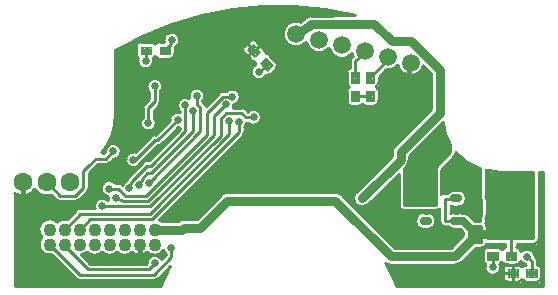
<source format=gbl>
*
*
G04 PADS 9.3.1 Build Number: 456998 generated Gerber (RS-274-X) file*
G04 PC Version=2.1*
*
%IN "avago_ssi_rev1.pcb"*%
*
%MOIN*%
*
%FSLAX35Y35*%
*
*
*
*
G04 PC Standard Apertures*
*
*
G04 Thermal Relief Aperture macro.*
%AMTER*
1,1,$1,0,0*
1,0,$1-$2,0,0*
21,0,$3,$4,0,0,45*
21,0,$3,$4,0,0,135*
%
*
*
G04 Annular Aperture macro.*
%AMANN*
1,1,$1,0,0*
1,0,$2,0,0*
%
*
*
G04 Odd Aperture macro.*
%AMODD*
1,1,$1,0,0*
1,0,$1-0.005,0,0*
%
*
*
G04 PC Custom Aperture Macros*
*
*
*
*
*
*
G04 PC Aperture Table*
*
%ADD010C,0.001*%
%ADD011C,0.04331*%
%ADD012C,0.004*%
%ADD015C,0.05906*%
%ADD017C,0.006*%
%ADD018C,0.06299*%
%ADD019C,0.01*%
%ADD022C,0.03*%
%ADD024C,0.025*%
%ADD025C,0.015*%
%ADD026O,0.041X0.028*%
%ADD027R,0.041X0.028*%
*
*
*
*
G04 PC Circuitry*
G04 Layer Name avago_ssi_rev1.pcb - circuitry*
%LPD*%
*
*
G04 PC Custom Flashes*
G04 Layer Name avago_ssi_rev1.pcb - flashes*
%LPD*%
*
*
G04 PC Circuitry*
G04 Layer Name avago_ssi_rev1.pcb - circuitry*
%LPD*%
*
G54D10*
G54D11*
G01X58530Y133291D03*
Y128291D03*
X53530D03*
Y133291D03*
X48530Y128291D03*
Y133291D03*
X43530Y128291D03*
Y133291D03*
X38530Y128291D03*
Y133291D03*
X33530Y128291D03*
Y133291D03*
X28530Y128291D03*
Y133291D03*
X23530Y128291D03*
Y133291D03*
G54D12*
X131654Y182282D02*
X129054D01*
Y185682*
X131654*
Y182282*
X129054Y182400D02*
X131654D01*
X129054Y182800D02*
X131654D01*
X129054Y183200D02*
X131654D01*
X129054Y183600D02*
X131654D01*
X129054Y184000D02*
X131654D01*
X129054Y184400D02*
X131654D01*
X129054Y184800D02*
X131654D01*
X129054Y185200D02*
X131654D01*
X129054Y185600D02*
X131654D01*
X129200Y182282D02*
Y185682D01*
X129600Y182282D02*
Y185682D01*
X130000Y182282D02*
Y185682D01*
X130400Y182282D02*
Y185682D01*
X130800Y182282D02*
Y185682D01*
X131200Y182282D02*
Y185682D01*
X131600Y182282D02*
Y185682D01*
X131654Y176082D02*
X129054D01*
Y179482*
X131654*
Y176082*
X129054Y176400D02*
X131654D01*
X129054Y176800D02*
X131654D01*
X129054Y177200D02*
X131654D01*
X129054Y177600D02*
X131654D01*
X129054Y178000D02*
X131654D01*
X129054Y178400D02*
X131654D01*
X129054Y178800D02*
X131654D01*
X129054Y179200D02*
X131654D01*
X129200Y176082D02*
Y179482D01*
X129600Y176082D02*
Y179482D01*
X130000Y176082D02*
Y179482D01*
X130400Y176082D02*
Y179482D01*
X130800Y176082D02*
Y179482D01*
X131200Y176082D02*
Y179482D01*
X131600Y176082D02*
Y179482D01*
X124129D02*
X126729D01*
Y176082*
X124129*
Y179482*
Y176400D02*
X126729D01*
X124129Y176800D02*
X126729D01*
X124129Y177200D02*
X126729D01*
X124129Y177600D02*
X126729D01*
X124129Y178000D02*
X126729D01*
X124129Y178400D02*
X126729D01*
X124129Y178800D02*
X126729D01*
X124129Y179200D02*
X126729D01*
X124400Y176082D02*
Y179482D01*
X124800Y176082D02*
Y179482D01*
X125200Y176082D02*
Y179482D01*
X125600Y176082D02*
Y179482D01*
X126000Y176082D02*
Y179482D01*
X126400Y176082D02*
Y179482D01*
X124129Y185682D02*
X126729D01*
Y182282*
X124129*
Y185682*
Y182400D02*
X126729D01*
X124129Y182800D02*
X126729D01*
X124129Y183200D02*
X126729D01*
X124129Y183600D02*
X126729D01*
X124129Y184000D02*
X126729D01*
X124129Y184400D02*
X126729D01*
X124129Y184800D02*
X126729D01*
X124129Y185200D02*
X126729D01*
X124129Y185600D02*
X126729D01*
X124400Y182282D02*
Y185682D01*
X124800Y182282D02*
Y185682D01*
X125200Y182282D02*
Y185682D01*
X125600Y182282D02*
Y185682D01*
X126000Y182282D02*
Y185682D01*
X126400Y182282D02*
Y185682D01*
X175695Y123200D02*
Y125800D01*
X179095*
Y123200*
X175695*
X179095*
X175695Y123600D02*
X179095D01*
X175695Y124000D02*
X179095D01*
X175695Y124400D02*
X179095D01*
X175695Y124800D02*
X179095D01*
X175695Y125200D02*
X179095D01*
X175695Y125600D02*
X179095D01*
X176000Y123200D02*
Y125800D01*
X176400Y123200D02*
Y125800D01*
X176800Y123200D02*
Y125800D01*
X177200Y123200D02*
Y125800D01*
X177600Y123200D02*
Y125800D01*
X178000Y123200D02*
Y125800D01*
X178400Y123200D02*
Y125800D01*
X178800Y123200D02*
Y125800D01*
X169495Y123200D02*
Y125800D01*
X172895*
Y123200*
X169495*
X172895*
X169495Y123600D02*
X172895D01*
X169495Y124000D02*
X172895D01*
X169495Y124400D02*
X172895D01*
X169495Y124800D02*
X172895D01*
X169495Y125200D02*
X172895D01*
X169495Y125600D02*
X172895D01*
X169600Y123200D02*
Y125800D01*
X170000Y123200D02*
Y125800D01*
X170400Y123200D02*
Y125800D01*
X170800Y123200D02*
Y125800D01*
X171200Y123200D02*
Y125800D01*
X171600Y123200D02*
Y125800D01*
X172000Y123200D02*
Y125800D01*
X172400Y123200D02*
Y125800D01*
X172800Y123200D02*
Y125800D01*
X60195Y191688D02*
Y194288D01*
X63595*
Y191688*
X60195*
Y192000D02*
X63595D01*
X60195Y192400D02*
X63595D01*
X60195Y192800D02*
X63595D01*
X60195Y193200D02*
X63595D01*
X60195Y193600D02*
X63595D01*
X60195Y194000D02*
X63595D01*
X60195Y191688D02*
Y194288D01*
X60595Y191688D02*
Y194288D01*
X60995Y191688D02*
Y194288D01*
X61395Y191688D02*
Y194288D01*
X61795Y191688D02*
Y194288D01*
X62195Y191688D02*
Y194288D01*
X62595Y191688D02*
Y194288D01*
X62995Y191688D02*
Y194288D01*
X63395Y191688D02*
Y194288D01*
X53995Y191688D02*
Y194288D01*
X57395*
Y191688*
X53995*
Y192000D02*
X57395D01*
X53995Y192400D02*
X57395D01*
X53995Y192800D02*
X57395D01*
X53995Y193200D02*
X57395D01*
X53995Y193600D02*
X57395D01*
X53995Y194000D02*
X57395D01*
X53995Y191688D02*
Y194288D01*
X54395Y191688D02*
Y194288D01*
X54795Y191688D02*
Y194288D01*
X55195Y191688D02*
Y194288D01*
X55595Y191688D02*
Y194288D01*
X55995Y191688D02*
Y194288D01*
X56395Y191688D02*
Y194288D01*
X56795Y191688D02*
Y194288D01*
X57195Y191688D02*
Y194288D01*
X182487Y117385D02*
Y119985D01*
X185887*
Y117385*
X182487*
Y117600D02*
X185887D01*
X182487Y118000D02*
X185887D01*
X182487Y118400D02*
X185887D01*
X182487Y118800D02*
X185887D01*
X182487Y119200D02*
X185887D01*
X182487Y119600D02*
X185887D01*
X182800Y117385D02*
Y119985D01*
X183200Y117385D02*
Y119985D01*
X183600Y117385D02*
Y119985D01*
X184000Y117385D02*
Y119985D01*
X184400Y117385D02*
Y119985D01*
X184800Y117385D02*
Y119985D01*
X185200Y117385D02*
Y119985D01*
X185600Y117385D02*
Y119985D01*
X176287Y117385D02*
Y119985D01*
X179687*
Y117385*
X176287*
Y117600D02*
X179687D01*
X176287Y118000D02*
X179687D01*
X176287Y118400D02*
X179687D01*
X176287Y118800D02*
X179687D01*
X176287Y119200D02*
X179687D01*
X176287Y119600D02*
X179687D01*
X176400Y117385D02*
Y119985D01*
X176800Y117385D02*
Y119985D01*
X177200Y117385D02*
Y119985D01*
X177600Y117385D02*
Y119985D01*
X178000Y117385D02*
Y119985D01*
X178400Y117385D02*
Y119985D01*
X178800Y117385D02*
Y119985D01*
X179200Y117385D02*
Y119985D01*
X179600Y117385D02*
Y119985D01*
X93666Y188739D02*
X95567Y190513D01*
X97887Y188027*
X95986Y186253*
X93666Y188739*
X95849Y186400D02*
X96143D01*
X95475Y186800D02*
X96572D01*
X95102Y187200D02*
X97000D01*
X94729Y187600D02*
X97429D01*
X94356Y188000D02*
X97858D01*
X93982Y188400D02*
X97538D01*
X93731Y188800D02*
X97165D01*
X94160Y189200D02*
X96792D01*
X94589Y189600D02*
X96419D01*
X95017Y190000D02*
X96046D01*
X95446Y190400D02*
X95672D01*
X93666Y188739D02*
X93666D01*
X94066Y188310D02*
Y189112D01*
X94466Y187882D02*
Y189486D01*
X94866Y187453D02*
Y189859D01*
X95266Y187024D02*
Y190232D01*
X95666Y186596D02*
Y190407D01*
X96066Y186328D02*
Y189978D01*
X96466Y186702D02*
Y189549D01*
X96866Y187075D02*
Y189121D01*
X97266Y187448D02*
Y188692D01*
X97666Y187821D02*
Y188263D01*
X89436Y193272D02*
X91337Y195046D01*
X93657Y192560*
X91756Y190786*
X89436Y193272*
X91743Y190800D02*
X91770D01*
X91370Y191200D02*
X92199D01*
X90997Y191600D02*
X92628D01*
X90623Y192000D02*
X93057D01*
X90250Y192400D02*
X93485D01*
X89877Y192800D02*
X93433D01*
X89504Y193200D02*
X93060D01*
X89788Y193600D02*
X92687D01*
X90216Y194000D02*
X92313D01*
X90645Y194400D02*
X91940D01*
X91074Y194800D02*
X91567D01*
X89436Y193272D02*
X89436D01*
X89836Y192844D02*
Y193645D01*
X90236Y192415D02*
Y194019D01*
X90636Y191986D02*
Y194392D01*
X91036Y191557D02*
Y194765D01*
X91436Y191129D02*
Y194940D01*
X91836Y190861D02*
Y194511D01*
X92236Y191235D02*
Y194083D01*
X92636Y191608D02*
Y193654D01*
X93036Y191981D02*
Y193225D01*
X93436Y192354D02*
Y192796D01*
G54D15*
X105734Y198474D03*
X113373Y196562D03*
X121011Y194650D03*
X128649Y192738D03*
X136288Y190826D03*
X143926Y188914D03*
G54D17*
X151704Y152657D02*
Y148257D01*
X146304*
Y152657*
X151704*
X146304Y148600D02*
X151704D01*
X146304Y149200D02*
X151704D01*
X146304Y149800D02*
X151704D01*
X146304Y150400D02*
X151704D01*
X146304Y151000D02*
X151704D01*
X146304Y151600D02*
X151704D01*
X146304Y152200D02*
X151704D01*
X146800Y148257D02*
Y152657D01*
X147400Y148257D02*
Y152657D01*
X148000Y148257D02*
Y152657D01*
X148600Y148257D02*
Y152657D01*
X149200Y148257D02*
Y152657D01*
X149800Y148257D02*
Y152657D01*
X150400Y148257D02*
Y152657D01*
X151000Y148257D02*
Y152657D01*
X151600Y148257D02*
Y152657D01*
X160704D02*
Y148257D01*
X155304*
Y152657*
X160704*
X155304Y148600D02*
X160704D01*
X155304Y149200D02*
X160704D01*
X155304Y149800D02*
X160704D01*
X155304Y150400D02*
X160704D01*
X155304Y151000D02*
X160704D01*
X155304Y151600D02*
X160704D01*
X155304Y152200D02*
X160704D01*
X155800Y148257D02*
Y152657D01*
X156400Y148257D02*
Y152657D01*
X157000Y148257D02*
Y152657D01*
X157600Y148257D02*
Y152657D01*
X158200Y148257D02*
Y152657D01*
X158800Y148257D02*
Y152657D01*
X159400Y148257D02*
Y152657D01*
X160000Y148257D02*
Y152657D01*
X160600Y148257D02*
Y152657D01*
X163209Y134365D02*
X167609D01*
Y128965*
X163209*
Y134365*
Y129400D02*
X167609D01*
X163209Y130000D02*
X167609D01*
X163209Y130600D02*
X167609D01*
X163209Y131200D02*
X167609D01*
X163209Y131800D02*
X167609D01*
X163209Y132400D02*
X167609D01*
X163209Y133000D02*
X167609D01*
X163209Y133600D02*
X167609D01*
X163209Y134200D02*
X167609D01*
X163600Y128965D02*
Y134365D01*
X164200Y128965D02*
Y134365D01*
X164800Y128965D02*
Y134365D01*
X165400Y128965D02*
Y134365D01*
X166000Y128965D02*
Y134365D01*
X166600Y128965D02*
Y134365D01*
X167200Y128965D02*
Y134365D01*
X163209Y143365D02*
X167609D01*
Y137965*
X163209*
Y143365*
Y138400D02*
X167609D01*
X163209Y139000D02*
X167609D01*
X163209Y139600D02*
X167609D01*
X163209Y140200D02*
X167609D01*
X163209Y140800D02*
X167609D01*
X163209Y141400D02*
X167609D01*
X163209Y142000D02*
X167609D01*
X163209Y142600D02*
X167609D01*
X163209Y143200D02*
X167609D01*
X163600Y137965D02*
Y143365D01*
X164200Y137965D02*
Y143365D01*
X164800Y137965D02*
Y143365D01*
X165400Y137965D02*
Y143365D01*
X166000Y137965D02*
Y143365D01*
X166600Y137965D02*
Y143365D01*
X167200Y137965D02*
Y143365D01*
G54D18*
X30400Y149000D03*
X22526D03*
X14652D03*
G54D19*
X36370Y119987D02*
X28530Y127827D01*
Y128291*
X36370Y119987D02*
X36371Y119988D01*
X56591*
X58614Y122012*
X58355Y118287D02*
X33534D01*
X23530Y128291*
X58355Y118287D02*
X64150Y124082D01*
Y127000*
X171244Y120638D02*
Y124500D01*
X171195*
X184187Y118685D02*
Y122865D01*
X182791Y124260*
X177395Y124500D02*
Y136912D01*
X177307Y137000*
X182728Y124197D02*
X182791Y124260D01*
X28530Y133291D02*
X33786Y138547D01*
X56988*
X83441Y165000*
Y169594*
X33530Y133291D02*
X36991Y136752D01*
X57597*
X86642Y165796*
Y169220*
X41094Y141091D02*
X57127D01*
X80579Y164542*
Y170197*
X82429Y172047*
X87511*
X159100Y136148D02*
X155400Y136100D01*
Y143600*
X159100Y143648*
X32151Y144600D02*
X26926D01*
X22526Y149000*
X32151Y144600D02*
X34750Y147198D01*
Y152850*
X36577Y154678*
X36700*
X38986Y156964*
X42464*
X44800Y159300*
X55744Y144516D02*
X48928D01*
X46507Y146937*
X43339*
X55744Y144516D02*
X76059Y164830D01*
Y172288*
X81315Y177543*
X84445*
X56448Y142815D02*
X48008D01*
X45591Y143862*
X56448Y142815D02*
X78315Y164682D01*
Y171079*
X82327Y175091*
X50157Y146969D02*
X51057Y149421D01*
X56183Y154547*
X57362*
X68795Y165980*
Y174661*
X53453Y148157D02*
X53286Y148250D01*
X54520Y150480*
X56099Y152059*
X57278*
X71354Y166135*
Y172693*
X56654Y148890D02*
X73804Y166041D01*
Y173933*
X72626Y175112*
Y177787*
X159900Y143600D02*
X159852Y143648D01*
X159100*
Y143000D02*
Y143648D01*
X159852*
X51500Y156500D02*
X51768Y156232D01*
X58557Y163022*
X59408*
X66197Y169811*
X56461Y168783D02*
Y173841D01*
X58587Y175967*
Y181024*
X91547Y170693D02*
X88866D01*
X87511Y172047*
X84445Y177500D02*
Y177543D01*
X130354Y177782D02*
X125429D01*
X55539Y189417D02*
X55695Y189573D01*
Y192988*
X93343Y185858D02*
X95903Y188247D01*
X95776Y188383*
X125429Y183982D02*
Y189350D01*
X128649Y192571*
Y192738*
X130354Y183982D02*
X136288Y189915D01*
Y190826*
X61895Y192988D02*
X63972Y195065D01*
Y196051*
X64329Y196407*
X64252Y196484*
X184800Y130300D02*
Y152618D01*
X172835*
X169000Y153026D02*
G75*
G03X172835Y152618I3835J17840D01*
G01X169000Y153026D02*
Y144343D01*
X169309Y143365D02*
G03X169000Y144343I-1700J0D01*
G01X169309Y143365D02*
Y137965D01*
X169000Y136987D02*
G03X169309Y137965I-1391J978D01*
G01X169000Y136987D02*
Y135343D01*
X169309Y134365D02*
G03X169000Y135343I-1700J0D01*
G01X169309Y134365D02*
Y130300D01*
X184800*
X157150Y159034D02*
Y161540D01*
X154665Y169181D02*
G03X157150Y161540I18170J1685D01*
G01X154665Y169181D02*
X143436Y157953D01*
Y156559*
X142586Y154509D02*
G03X143436Y156559I-2050J2050D01*
G01X142586Y154509D02*
X141823Y153745D01*
Y141563*
X152189*
Y154073*
X157150Y159034*
X188051Y114311D02*
Y152618D01*
X186700*
Y130300*
X184800Y128400D02*
G03X186700Y130300I0J1900D01*
G01X184800Y128400D02*
X179295D01*
Y127387*
X180693Y125893D02*
G03X179295Y127387I-1598J-93D01*
G01X185373Y124365D02*
G03X180693Y125893I-2645J-168D01*
G01X185373Y124365D02*
X185530Y124208D01*
X186087Y122865D02*
G03X185530Y124208I-1900J-0D01*
G01X186087Y122865D02*
Y121573D01*
X187487Y119985D02*
G03X186087Y121573I-1600J0D01*
G01X187487Y119985D02*
Y117385D01*
X185887Y115785D02*
G03X187487Y117385I-0J1600D01*
G01X185887Y115785D02*
X182487D01*
X181087Y116610D02*
G03X182487Y115785I1400J775D01*
G01X179687D02*
G03X181087Y116610I-0J1600D01*
G01X179687Y115785D02*
X176287D01*
X174687Y117385D02*
G03X176287Y115785I1600J0D01*
G01X174687Y117385D02*
Y119985D01*
X176287Y121585D02*
G03X174687Y119985I-0J-1600D01*
G01X176287Y121585D02*
X179687D01*
X181087Y120760D02*
G03X179687Y121585I-1400J-775D01*
G01X182287Y121573D02*
G03X181087Y120760I200J-1588D01*
G01X182287Y121573D02*
Y121584D01*
X180591Y122631D02*
G03X182287Y121584I2137J1566D01*
G01X179095Y121600D02*
G03X180591Y122631I0J1600D01*
G01X179095Y121600D02*
X175695D01*
X174295Y122425D02*
G03X175695Y121600I1400J775D01*
G01X173635Y121781D02*
G03X174295Y122425I-740J1419D01*
G01X168835Y121742D02*
G03X173635Y121781I2409J-1104D01*
G01X167895Y123200D02*
G03X168835Y121742I1600J0D01*
G01X167895Y123200D02*
Y125800D01*
X169495Y127400D02*
G03X167895Y125800I0J-1600D01*
G01X169495Y127400D02*
X172895D01*
X174295Y126575D02*
G03X172895Y127400I-1400J-775D01*
G01X175495Y127387D02*
G03X174295Y126575I200J-1587D01*
G01X175495Y127387D02*
Y128400D01*
X169213*
X167609Y127265D02*
G03X169213Y128400I0J1700D01*
G01X167609Y127265D02*
X165611D01*
X160594Y122249*
X158543Y121399D02*
G03X160594Y122249I0J2900D01*
G01X158543Y121399D02*
X137386D01*
X135656Y121971D02*
G03X137386Y121399I1730J2328D01*
G01X139385Y114311D02*
G03X135656Y121971I-39459J-14468D01*
G01X139385Y114311D02*
X188051D01*
X161509Y131367D02*
Y132398D01*
X160467Y133441*
X159750Y133348D02*
G03X160467Y133441I0J2800D01*
G01X159750Y133348D02*
X158450D01*
X156426Y134213D02*
G03X158450Y133348I2024J1935D01*
G01X156426Y134213D02*
X155424Y134200D01*
X153500Y136100D02*
G03X155424Y134200I1900J0D01*
G01X153500Y136100D02*
Y140188D01*
X152189Y139663D02*
G03X153500Y140188I-0J1900D01*
G01X152189Y139663D02*
X141823D01*
X139923Y141563D02*
G03X141823Y139663I1900J-0D01*
G01X139923Y141563D02*
Y151845D01*
X129712Y141634*
X125611Y145736D02*
G03X129712Y141634I2050J-2051D01*
G01X125611Y145736D02*
X137636Y157760D01*
Y159154*
X138485Y161204D02*
G03X137636Y159154I2051J-2050D01*
G01X138485Y161204D02*
X150687Y173406D01*
Y185339*
X148153Y187873*
X139656Y188069D02*
G03X148153Y187873I4270J845D01*
G01X135589Y186530D02*
G03X139656Y188069I699J4296D01*
G01X135589Y186530D02*
X133254Y184195D01*
Y182282*
X132429Y180882D02*
G03X133254Y182282I-775J1400D01*
G01Y179482D02*
G03X132429Y180882I-1600J-0D01*
G01X133254Y179482D02*
Y176082D01*
X131654Y174482D02*
G03X133254Y176082I0J1600D01*
G01X131654Y174482D02*
X129054D01*
X127892Y174983D02*
G03X129054Y174482I1162J1099D01*
G01X126729D02*
G03X127892Y174983I0J1600D01*
G01X126729Y174482D02*
X124129D01*
X122529Y176082D02*
G03X124129Y174482I1600J-0D01*
G01X122529Y176082D02*
Y179482D01*
X123354Y180882D02*
G03X122529Y179482I775J-1400D01*
G01Y182282D02*
G03X123354Y180882I1600J-0D01*
G01X122529Y182282D02*
Y185682D01*
X123529Y187165D02*
G03X122529Y185682I600J-1483D01*
G01X123529Y187165D02*
Y189350D01*
X124086Y190694D02*
G03X123529Y189350I1343J-1344D01*
G01X124086Y190694D02*
X124581Y191190D01*
X124379Y191893D02*
G03X124581Y191190I4270J845D01*
G01X116741Y193805D02*
G03X124379Y191893I4270J845D01*
G01X109103Y195717D02*
G03X116741Y193805I4270J845D01*
G01X107027Y202630D02*
G03X109103Y195717I-1293J-4156D01*
G01X107027Y202630D02*
X108356Y203427D01*
X108696Y203767*
X110721Y204616D02*
G03X108696Y203767I25J-2899D01*
G01X110721Y204616D02*
X125216Y204742D01*
G03X45413Y192872I-25216J-104670*
G01Y170866*
X40911Y158864D02*
G03X45413Y170866I-13746J12002D01*
G01X40911Y158864D02*
X41677D01*
X42150Y159337*
X44837Y156650D02*
G03X42150Y159337I-37J2650D01*
G01X44837Y156650D02*
X43807Y155620D01*
X42464Y155064D02*
G03X43807Y155620I-0J1900D01*
G01X42464Y155064D02*
X39773D01*
X38044Y153335*
X37581Y152995D02*
G03X38044Y153335I-881J1683D01*
G01X37581Y152995D02*
X36650Y152063D01*
Y147198*
X36093Y145855D02*
G03X36650Y147198I-1343J1343D01*
G01X36093Y145855D02*
X33495Y143256D01*
X32151Y142700D02*
G03X33495Y143256I0J1900D01*
G01X32151Y142700D02*
X26926D01*
X25582Y143256D02*
G03X26926Y142700I1344J1344D01*
G01X25582Y143256D02*
X24106Y144733D01*
X18589Y146720D02*
G03X24106Y144733I3937J2280D01*
G01X11949Y145340D02*
G03X18589Y146720I2703J3660D01*
G01X11949Y145340D02*
Y114311D01*
X60615*
X63768Y121014D02*
G03X60615Y114311I36306J-21171D01*
G01X63768Y121014D02*
X59698Y116944D01*
X58355Y116387D02*
G03X59698Y116944I-0J1900D01*
G01X58355Y116387D02*
X33534D01*
X32190Y116944D02*
G03X33534Y116387I1344J1343D01*
G01X32190Y116944D02*
X24320Y124814D01*
X20988Y130791D02*
G03X24320Y124814I2542J-2500D01*
G01X26030Y135833D02*
G03X20988Y130791I-2500J-2542D01*
G01X29320Y136768D02*
G03X26030Y135833I-790J-3477D01*
G01X29320Y136768D02*
X32443Y139891D01*
X33786Y140447D02*
G03X32443Y139891I0J-1900D01*
G01X33786Y140447D02*
X38524D01*
X42942Y142991D02*
G03X38524Y140447I-1848J-1900D01*
G01X42942Y142991D02*
X43088D01*
X42979Y144312D02*
G03X43088Y142991I2612J-450D01*
G01X45186Y148837D02*
G03X42979Y144312I-1847J-1900D01*
G01X45186Y148837D02*
X46507D01*
X47850Y148281D02*
G03X46507Y148837I-1343J-1344D01*
G01X47850Y148281D02*
X47853Y148277D01*
X49010Y149357D02*
G03X47853Y148277I1147J-2388D01*
G01X49010Y149357D02*
X49273Y150075D01*
X49714Y150765D02*
G03X49273Y150075I1343J-1344D01*
G01X49714Y150765D02*
X54840Y155891D01*
X56183Y156447D02*
G03X54840Y155891I0J-1900D01*
G01X56183Y156447D02*
X56575D01*
X66895Y166767*
Y167255*
X66234Y167161D02*
G03X66895Y167255I-37J2650D01*
G01X66234Y167161D02*
X60751Y161678D01*
X59408Y161122D02*
G03X60751Y161678I-0J1900D01*
G01X59408Y161122D02*
X59344D01*
X54068Y155846*
X51958Y159110D02*
G03X54068Y155846I-458J-2610D01*
G01X51958Y159110D02*
X57213Y164365D01*
X58557Y164922D02*
G03X57213Y164365I-0J-1900D01*
G01X58557Y164922D02*
X58621D01*
X63547Y169848*
X66895Y172367D02*
G03X63547Y169848I-698J-2556D01*
G01X66895Y172367D02*
Y172814D01*
X70107Y176964D02*
G03X66895Y172814I-1312J-2303D01*
G01X74526Y175940D02*
G03X70107Y176964I-1900J1847D01*
G01X74526Y175940D02*
Y175899D01*
X75148Y175277*
X75610Y174525D02*
G03X75148Y175277I-1806J-592D01*
G01X75610Y174525D02*
X79971Y178887D01*
X81315Y179443D02*
G03X79971Y178887I-0J-1900D01*
G01X81315Y179443D02*
X82643D01*
X84970Y174903D02*
G03X82643Y179443I-525J2597D01*
G01X84717Y173947D02*
G03X84970Y174903I-2390J1144D01*
G01X84717Y173947D02*
X87511D01*
X88855Y173391D02*
G03X87511Y173947I-1344J-1344D01*
G01X88855Y173391D02*
X89653Y172593D01*
X89700*
Y168793D02*
G03Y172593I1847J1900D01*
G01Y168793D02*
X89257D01*
X88542Y167373D02*
G03X89257Y168793I-1900J1847D01*
G01X88542Y167373D02*
Y165796D01*
X87985Y164453D02*
G03X88542Y165796I-1343J1343D01*
G01X87985Y164453D02*
X60049Y136517D01*
X60604Y136191D02*
G03X60049Y136517I-2074J-2900D01*
G01X60604Y136191D02*
X66603D01*
X68437Y136845D02*
G03X66603Y136191I0J-2900D01*
G01X68437Y136845D02*
X72634D01*
X80710Y144921*
X82760Y145770D02*
G03X80710Y144921I0J-2900D01*
G01X82760Y145770D02*
X118815D01*
X120866Y144921D02*
G03X118815Y145770I-2051J-2051D01*
G01X120866Y144921D02*
X138587Y127199D01*
X157342*
X161509Y131367*
X167100Y136065D02*
Y153543D01*
X159046Y158914D02*
G03X167100Y153543I13789J11952D01*
G01X158493Y157690D02*
G03X159046Y158914I-1343J1344D01*
G01X158493Y157690D02*
X154089Y153286D01*
Y144975*
X155376Y145500D02*
G03X154089Y144975I24J-1900D01*
G01X155376Y145500D02*
X156361Y145513D01*
X158450Y146448D02*
G03X156361Y145513I0J-2800D01*
G01X158450Y146448D02*
X159750D01*
Y140848D02*
G03Y146448I0J2800D01*
G01Y140848D02*
X158450D01*
X157300Y141095D02*
G03X158450Y140848I1150J2553D01*
G01X157300Y141095D02*
Y138701D01*
X158450Y138948D02*
G03X157300Y138701I0J-2800D01*
G01X158450Y138948D02*
X159750D01*
X160654Y138798D02*
G03X159750Y138948I-904J-2650D01*
G01X160654Y138798D02*
X161508D01*
X163382Y138021D02*
G03X161508Y138798I-1874J-1873D01*
G01X163382Y138021D02*
X165338Y136065D01*
X167100*
X62250Y124869D02*
Y125153D01*
X61564Y126419D02*
G03X62250Y125153I2586J581D01*
G01X56030Y125749D02*
G03X61564Y126419I2500J2542D01*
G01X51030Y125749D02*
G03X56030I2500J2542D01*
G01X46030D02*
G03X51030I2500J2542D01*
G01X41030D02*
G03X46030I2500J2542D01*
G01X36030D02*
G03X41030I2500J2542D01*
G01X34246Y124798D02*
G03X36030Y125749I-716J3493D01*
G01X34246Y124798D02*
X37156Y121888D01*
X55804*
X55964Y122049*
X60836Y123456D02*
G03X55964Y122049I-2222J-1444D01*
G01X60836Y123456D02*
X62250Y124869D01*
X149550Y133348D02*
G03Y138948I0J2800D01*
G01Y133348D02*
X148250D01*
Y138948D02*
G03Y133348I0J-2800D01*
G01Y138948D02*
X149550D01*
X98978Y186857D02*
G03X99056Y189119I-1091J1170D01*
G01X98978Y186857D02*
X97077Y185083D01*
X95714Y184676D02*
G03X97077Y185083I272J1577D01*
G01X92151Y188225D02*
G03X95714Y184676I1192J-2367D01*
G01X92072Y188873D02*
G03X92151Y188225I1594J-134D01*
G01X92072Y188873D02*
X91741Y189186D01*
X90586Y189695D02*
G03X91741Y189186I1170J1091D01*
G01X90586Y189695D02*
X88266Y192181D01*
X88345Y194442D02*
G03X88266Y192181I1091J-1170D01*
G01X88345Y194442D02*
X90246Y196216D01*
X92507Y196138D02*
G03X90246Y196216I-1170J-1092D01*
G01X92507Y196138D02*
X94827Y193652D01*
X95256Y192620D02*
G03X94827Y193652I-1599J-60D01*
G01X95256Y192620D02*
X95747Y192103D01*
X96737Y191604D02*
G03X95747Y192103I-1170J-1091D01*
G01X96737Y191604D02*
X99056Y189119D01*
X60487Y179176D02*
G03X56687I-1900J1848D01*
G01X60487D02*
Y175967D01*
X59930Y174623D02*
G03X60487Y175967I-1343J1344D01*
G01X59930Y174623D02*
X58361Y173054D01*
Y170631*
X54561D02*
G03X58361I1900J-1848D01*
G01X54561D02*
Y173841D01*
X55117Y175184D02*
G03X54561Y173841I1344J-1343D01*
G01X55117Y175184D02*
X56687Y176754D01*
Y179176*
X65694Y194261D02*
G03X61670Y195888I-1442J2223D01*
G01X65316Y193722D02*
G03X65694Y194261I-1344J1343D01*
G01X65316Y193722D02*
X65195Y193601D01*
Y191688*
X63595Y190088D02*
G03X65195Y191688I0J1600D01*
G01X63595Y190088D02*
X60195D01*
X58795Y190914D02*
G03X60195Y190088I1400J774D01*
G01X58061Y190233D02*
G03X58795Y190914I-666J1455D01*
G01X53071Y190382D02*
G03X58061Y190233I2468J-965D01*
G01X52395Y191688D02*
G03X53071Y190382I1600J0D01*
G01X52395Y191688D02*
Y194288D01*
X53995Y195888D02*
G03X52395Y194288I0J-1600D01*
G01X53995Y195888D02*
X57395D01*
X58795Y195063D02*
G03X57395Y195888I-1400J-775D01*
G01X60195D02*
G03X58795Y195063I0J-1600D01*
G01X60195Y195888D02*
X61670D01*
X169000Y151899D02*
X184800D01*
X169000Y150999D02*
X184800D01*
X169000Y150099D02*
X184800D01*
X169000Y149199D02*
X184800D01*
X169000Y148299D02*
X184800D01*
X169000Y147399D02*
X184800D01*
X169000Y146499D02*
X184800D01*
X169000Y145599D02*
X184800D01*
X169000Y144699D02*
X184800D01*
X169253Y143799D02*
X184800D01*
X169309Y142899D02*
X184800D01*
X169309Y141999D02*
X184800D01*
X169309Y141099D02*
X184800D01*
X169309Y140199D02*
X184800D01*
X169309Y139299D02*
X184800D01*
X169309Y138399D02*
X184800D01*
X169244Y137499D02*
X184800D01*
X169000Y136599D02*
X184800D01*
X169000Y135699D02*
X184800D01*
X169253Y134799D02*
X184800D01*
X169309Y133899D02*
X184800D01*
X169309Y132999D02*
X184800D01*
X169309Y132099D02*
X184800D01*
X169309Y131199D02*
X184800D01*
X169000Y152799D02*
X170274D01*
X146845Y161362D02*
X157150D01*
X145945Y160462D02*
X157150D01*
X145045Y159562D02*
X157150D01*
X144145Y158662D02*
X156777D01*
X147745Y162262D02*
X156743D01*
X148645Y163162D02*
X156293D01*
X149545Y164062D02*
X155903D01*
X143436Y157762D02*
X155877D01*
X150445Y164962D02*
X155568D01*
X151345Y165862D02*
X155286D01*
X152245Y166762D02*
X155054D01*
X143436Y156862D02*
X154977D01*
X153145Y167662D02*
X154870D01*
X154045Y168562D02*
X154733D01*
X143373Y155962D02*
X154077D01*
X143019Y155062D02*
X153177D01*
X142239Y154162D02*
X152277D01*
X141823Y153262D02*
X152189D01*
X141823Y152362D02*
X152189D01*
X141823Y151462D02*
X152189D01*
X141823Y150562D02*
X152189D01*
X141823Y149662D02*
X152189D01*
X141823Y148762D02*
X152189D01*
X141823Y147862D02*
X152189D01*
X141823Y146962D02*
X152189D01*
X141823Y146062D02*
X152189D01*
X141823Y145162D02*
X152189D01*
X141823Y144262D02*
X152189D01*
X141823Y143362D02*
X152189D01*
X141823Y142462D02*
X152189D01*
X60184Y125133D02*
X62250D01*
X61289Y126033D02*
X61682D01*
X60060Y124233D02*
X61613D01*
X34812D02*
X57168D01*
X55184Y125133D02*
X56876D01*
X35712Y123333D02*
X56317D01*
X36612Y122433D02*
X55998D01*
X50184Y125133D02*
X51876D01*
X45184D02*
X46876D01*
X40184D02*
X41876D01*
X35184D02*
X36876D01*
X154089Y153033D02*
X167100D01*
X154089Y152133D02*
X167100D01*
X154089Y151233D02*
X167100D01*
X154089Y150333D02*
X167100D01*
X154089Y149433D02*
X167100D01*
X154089Y148533D02*
X167100D01*
X154089Y147633D02*
X167100D01*
X154089Y146733D02*
X167100D01*
X161501Y145833D02*
X167100D01*
X162238Y144933D02*
X167100D01*
X162523Y144033D02*
X167100D01*
X162502Y143133D02*
X167100D01*
X162166Y142233D02*
X167100D01*
X161325Y141333D02*
X167100D01*
X157300Y140433D02*
X167100D01*
X157300Y139533D02*
X167100D01*
X162429Y138633D02*
X167100D01*
X163671Y137733D02*
X167100D01*
X164571Y136833D02*
X167100D01*
X154735Y153933D02*
X166034D01*
X155635Y154833D02*
X164122D01*
X156535Y155733D02*
X162638D01*
X157435Y156633D02*
X161416D01*
X158335Y157533D02*
X160376D01*
X158952Y158433D02*
X159478D01*
X154089Y145833D02*
X156699D01*
X133454Y132333D02*
X161509D01*
X134354Y131433D02*
X161509D01*
X135254Y130533D02*
X160675D01*
X132554Y133233D02*
X160675D01*
X136154Y129633D02*
X159775D01*
X137054Y128733D02*
X158875D01*
X137954Y127833D02*
X157975D01*
X151494Y134133D02*
X156506D01*
X152118Y135033D02*
X153828D01*
X152342Y135933D02*
X153507D01*
X126254Y139533D02*
X153500D01*
X150840Y138633D02*
X153500D01*
X151858Y137733D02*
X153500D01*
X152265Y136833D02*
X153500D01*
X133592Y184533D02*
X150687D01*
X133254Y183633D02*
X150687D01*
X133254Y182733D02*
X150687D01*
X133190Y181833D02*
X150687D01*
X132514Y180933D02*
X150687D01*
X133157Y180033D02*
X150687D01*
X133254Y179133D02*
X150687D01*
X133254Y178233D02*
X150687D01*
X133254Y177333D02*
X150687D01*
X133254Y176433D02*
X150687D01*
X133157Y175533D02*
X150687D01*
X132332Y174633D02*
X150687D01*
X88389Y173733D02*
X150687D01*
X146538Y185433D02*
X150593D01*
X93111Y172833D02*
X150113D01*
X147431Y186333D02*
X149693D01*
X93889Y171933D02*
X149213D01*
X147941Y187233D02*
X148793D01*
X94175Y171033D02*
X148313D01*
X94137Y170133D02*
X147413D01*
X127154Y138633D02*
X146960D01*
X93759Y169233D02*
X146513D01*
X131654Y134133D02*
X146306D01*
X128054Y137733D02*
X145942D01*
X130754Y135033D02*
X145682D01*
X92752Y168333D02*
X145613D01*
X128954Y136833D02*
X145535D01*
X129854Y135933D02*
X145458D01*
X88598Y167433D02*
X144713D01*
X88542Y166533D02*
X143813D01*
X88535Y165633D02*
X142913D01*
X88216Y164733D02*
X142013D01*
X134492Y185433D02*
X141314D01*
X87365Y163833D02*
X141113D01*
X135392Y186333D02*
X140421D01*
X125354Y140433D02*
X140296D01*
X86465Y162933D02*
X140213D01*
X129357Y141333D02*
X139937D01*
X139310Y151233D02*
X139923D01*
X138410Y150333D02*
X139923D01*
X137510Y149433D02*
X139923D01*
X136610Y148533D02*
X139923D01*
X135710Y147633D02*
X139923D01*
X134810Y146733D02*
X139923D01*
X133910Y145833D02*
X139923D01*
X133010Y144933D02*
X139923D01*
X132110Y144033D02*
X139923D01*
X131210Y143133D02*
X139923D01*
X130310Y142233D02*
X139923D01*
X138744Y187233D02*
X139911D01*
X85565Y162033D02*
X139313D01*
X84665Y161133D02*
X138416D01*
X83765Y160233D02*
X137844D01*
X82865Y159333D02*
X137641D01*
X81965Y158433D02*
X137636D01*
X81065Y157533D02*
X137408D01*
X80165Y156633D02*
X136508D01*
X79265Y155733D02*
X135608D01*
X78365Y154833D02*
X134708D01*
X77465Y153933D02*
X133808D01*
X76565Y153033D02*
X132908D01*
X75665Y152133D02*
X132008D01*
X74765Y151233D02*
X131108D01*
X73865Y150333D02*
X130208D01*
X72965Y149433D02*
X129308D01*
X72065Y148533D02*
X128408D01*
X127407Y174633D02*
X128376D01*
X71165Y147633D02*
X127508D01*
X70265Y146733D02*
X126608D01*
X124454Y141333D02*
X125966D01*
X69365Y145833D02*
X125708D01*
X123554Y142233D02*
X125151D01*
X120854Y144933D02*
X125043D01*
X122654Y143133D02*
X124815D01*
X121754Y144033D02*
X124782D01*
X124241Y191733D02*
X124414D01*
X123102Y190833D02*
X124224D01*
X98297Y189933D02*
X123620D01*
X99131Y189033D02*
X123529D01*
X99483Y188133D02*
X123529D01*
X99275Y187233D02*
X123529D01*
X84937Y174633D02*
X123451D01*
X61235Y180933D02*
X123269D01*
X76917Y205233D02*
X123083D01*
X98416Y186333D02*
X122667D01*
X85225Y180033D02*
X122627D01*
X86220Y175533D02*
X122626D01*
X61110Y181833D02*
X122594D01*
X97451Y185433D02*
X122529D01*
X95637Y184533D02*
X122529D01*
X94781Y183633D02*
X122529D01*
X60612Y182733D02*
X122529D01*
X86532Y179133D02*
X122529D01*
X86992Y178233D02*
X122529D01*
X87090Y177333D02*
X122529D01*
X86870Y176433D02*
X122529D01*
X97457Y190833D02*
X118920D01*
X81487Y206133D02*
X118513D01*
X96603Y191733D02*
X117781D01*
X115245Y192633D02*
X117154D01*
X116498Y193533D02*
X116804D01*
X87711Y207033D02*
X112289D01*
X95255Y192633D02*
X111500D01*
X94927Y193533D02*
X110247D01*
X107351Y194433D02*
X109576D01*
X73143Y204333D02*
X109495D01*
X108747Y195333D02*
X109197D01*
X69864Y203433D02*
X108361D01*
X66933Y202533D02*
X104161D01*
X94098Y194433D02*
X104118D01*
X64264Y201633D02*
X102739D01*
X93258Y195333D02*
X102721D01*
X61803Y200733D02*
X102013D01*
X92411Y196233D02*
X102003D01*
X59510Y199833D02*
X101599D01*
X66821Y197133D02*
X101593D01*
X65266Y198933D02*
X101406D01*
X66403Y198033D02*
X101404D01*
X57857Y188133D02*
X91982D01*
X59052Y183633D02*
X91904D01*
X58161Y189033D02*
X91903D01*
X57039Y187233D02*
X91077D01*
X45413Y184533D02*
X91048D01*
X45413Y186333D02*
X90735D01*
X45413Y185433D02*
X90727D01*
X58139Y189933D02*
X90364D01*
X89139Y168333D02*
X90343D01*
X66890Y196233D02*
X90264D01*
X89413Y172833D02*
X89984D01*
X64947Y190833D02*
X89524D01*
X66639Y195333D02*
X89299D01*
X65195Y191733D02*
X88685D01*
X65929Y194433D02*
X88335D01*
X65195Y192633D02*
X87970D01*
X65195Y193533D02*
X87858D01*
X74034Y180033D02*
X83665D01*
X68465Y144933D02*
X80721D01*
X74909Y179133D02*
X80273D01*
X67565Y144033D02*
X79821D01*
X75238Y178233D02*
X79317D01*
X66665Y143133D02*
X78921D01*
X75237Y177333D02*
X78417D01*
X65765Y142233D02*
X78021D01*
X74903Y176433D02*
X77517D01*
X64865Y141333D02*
X77121D01*
X74892Y175533D02*
X76617D01*
X63965Y140433D02*
X76221D01*
X75571Y174633D02*
X75717D01*
X63065Y139533D02*
X75321D01*
X62165Y138633D02*
X74421D01*
X61265Y137733D02*
X73521D01*
X61044Y180033D02*
X71218D01*
X60487Y179133D02*
X70343D01*
X60487Y177333D02*
X70015D01*
X60487Y178233D02*
X70014D01*
X60365Y136833D02*
X68170D01*
X58361Y172833D02*
X66878D01*
X60487Y176433D02*
X66824D01*
X65605Y166533D02*
X66661D01*
X59040Y173733D02*
X66313D01*
X60436Y175533D02*
X66293D01*
X59940Y174633D02*
X66145D01*
X64705Y165633D02*
X65761D01*
X63805Y164733D02*
X64861D01*
X58361Y171933D02*
X64609D01*
X62905Y163833D02*
X63961D01*
X58361Y171033D02*
X63845D01*
X58742Y170133D02*
X63566D01*
X63387Y120633D02*
X63548D01*
X57360Y198933D02*
X63238D01*
X62005Y162933D02*
X63061D01*
X62487Y119733D02*
X63051D01*
X59072Y169233D02*
X62931D01*
X61587Y118833D02*
X62581D01*
X61105Y162033D02*
X62161D01*
X60687Y117933D02*
X62139D01*
X55331Y198033D02*
X62101D01*
X59072Y168333D02*
X62031D01*
X59787Y117033D02*
X61722D01*
X53408Y197133D02*
X61682D01*
X51578Y196233D02*
X61614D01*
X11949Y116133D02*
X61331D01*
X59610Y161133D02*
X61261D01*
X58740Y167433D02*
X61131D01*
X11949Y115233D02*
X60965D01*
X11949Y114333D02*
X60623D01*
X58455Y160233D02*
X60361D01*
X57859Y166533D02*
X60231D01*
X57555Y159333D02*
X59461D01*
X44647Y165633D02*
X59331D01*
X58607Y195333D02*
X58983D01*
X58747Y190833D02*
X58843D01*
X56655Y158433D02*
X58561D01*
X45413Y183633D02*
X58122D01*
X44352Y164733D02*
X57730D01*
X55755Y157533D02*
X57661D01*
X54855Y156633D02*
X56761D01*
X45413Y179133D02*
X56687D01*
X45413Y178233D02*
X56687D01*
X45413Y177333D02*
X56687D01*
X44003Y163833D02*
X56681D01*
X45413Y182733D02*
X56561D01*
X45413Y176433D02*
X56366D01*
X45413Y180033D02*
X56129D01*
X45413Y181833D02*
X56063D01*
X45413Y180933D02*
X55938D01*
X43599Y162933D02*
X55781D01*
X45413Y175533D02*
X55466D01*
X44891Y166533D02*
X55062D01*
X43133Y162033D02*
X54881D01*
X45413Y174633D02*
X54734D01*
X54036Y155733D02*
X54681D01*
X45413Y173733D02*
X54561D01*
X45413Y172833D02*
X54561D01*
X45413Y171933D02*
X54561D01*
X45413Y171033D02*
X54561D01*
X45087Y167433D02*
X54181D01*
X45399Y170133D02*
X54180D01*
X45413Y187233D02*
X54040D01*
X46714Y161133D02*
X53981D01*
X45237Y168333D02*
X53849D01*
X45340Y169233D02*
X53849D01*
X53560Y154833D02*
X53781D01*
X45413Y188133D02*
X53222D01*
X47281Y160233D02*
X53081D01*
X45413Y189933D02*
X52940D01*
X45413Y189033D02*
X52917D01*
X52156Y153933D02*
X52881D01*
X49830Y195333D02*
X52783D01*
X45413Y190833D02*
X52643D01*
X48157Y194433D02*
X52402D01*
X46552Y193533D02*
X52395D01*
X45413Y192633D02*
X52395D01*
X45413Y191733D02*
X52395D01*
X47450Y159333D02*
X52181D01*
X37650Y153033D02*
X51981D01*
X36719Y152133D02*
X51081D01*
X38641Y153933D02*
X50844D01*
X36650Y151233D02*
X50181D01*
X47304Y158433D02*
X49687D01*
X39541Y154833D02*
X49440D01*
X36650Y150333D02*
X49390D01*
X46775Y157533D02*
X49059D01*
X44230Y149433D02*
X49037D01*
X43920Y155733D02*
X48964D01*
X44820Y156633D02*
X48853D01*
X47538Y148533D02*
X48018D01*
X42784Y143133D02*
X43043D01*
X34271Y144033D02*
X42946D01*
X42601Y161133D02*
X42886D01*
X36650Y149433D02*
X42447D01*
X41995Y160233D02*
X42319D01*
X41306Y159333D02*
X42146D01*
X35171Y144933D02*
X41605D01*
X36650Y148533D02*
X41223D01*
X36071Y145833D02*
X40930D01*
X36650Y147633D02*
X40781D01*
X36592Y146733D02*
X40696D01*
X33358Y143133D02*
X39405D01*
X11949Y142233D02*
X38703D01*
X11949Y141333D02*
X38456D01*
X11949Y140433D02*
X33550D01*
X11949Y117033D02*
X32101D01*
X11949Y139533D02*
X32085D01*
X11949Y117933D02*
X31201D01*
X11949Y138633D02*
X31185D01*
X11949Y118833D02*
X30301D01*
X11949Y137733D02*
X30285D01*
X11949Y119733D02*
X29401D01*
X28942Y136833D02*
X29385D01*
X11949Y120633D02*
X28501D01*
X23942Y136833D02*
X28118D01*
X11949Y121533D02*
X27601D01*
X11949Y122433D02*
X26701D01*
X25925Y135933D02*
X26135D01*
X11949Y123333D02*
X25801D01*
X11949Y143133D02*
X25719D01*
X11949Y124233D02*
X24901D01*
X11949Y144033D02*
X24806D01*
X11949Y136833D02*
X23118D01*
X11949Y125133D02*
X21876D01*
X11949Y135933D02*
X21135D01*
X11949Y126033D02*
X20771D01*
X11949Y130533D02*
X20757D01*
X16690Y144933D02*
X20488D01*
X11949Y131433D02*
X20487D01*
X11949Y135033D02*
X20419D01*
X11949Y126933D02*
X20234D01*
X11949Y129633D02*
X20227D01*
X11949Y132333D02*
X20096D01*
X11949Y134133D02*
X20065D01*
X11949Y127833D02*
X19994D01*
X11949Y128733D02*
X19992D01*
X11949Y133233D02*
X19965D01*
X17918Y145833D02*
X19260D01*
X11949Y144933D02*
X12614D01*
X186700Y152133D02*
X188051D01*
X186700Y151233D02*
X188051D01*
X186700Y150333D02*
X188051D01*
X186700Y149433D02*
X188051D01*
X186700Y148533D02*
X188051D01*
X186700Y147633D02*
X188051D01*
X186700Y146733D02*
X188051D01*
X186700Y145833D02*
X188051D01*
X186700Y144933D02*
X188051D01*
X186700Y144033D02*
X188051D01*
X186700Y143133D02*
X188051D01*
X186700Y142233D02*
X188051D01*
X186700Y141333D02*
X188051D01*
X186700Y140433D02*
X188051D01*
X186700Y139533D02*
X188051D01*
X186700Y138633D02*
X188051D01*
X186700Y137733D02*
X188051D01*
X186700Y136833D02*
X188051D01*
X186700Y135933D02*
X188051D01*
X186700Y135033D02*
X188051D01*
X186700Y134133D02*
X188051D01*
X186700Y133233D02*
X188051D01*
X186700Y132333D02*
X188051D01*
X186700Y131433D02*
X188051D01*
X186700Y130533D02*
X188051D01*
X186579Y129633D02*
X188051D01*
X185874Y128733D02*
X188051D01*
X179295Y127833D02*
X188051D01*
X180225Y126933D02*
X188051D01*
X184640Y126033D02*
X188051D01*
X185208Y125133D02*
X188051D01*
X185506Y124233D02*
X188051D01*
X186028Y123333D02*
X188051D01*
X186087Y122433D02*
X188051D01*
X186293Y121533D02*
X188051D01*
X187350Y120633D02*
X188051D01*
X187487Y119733D02*
X188051D01*
X187487Y118833D02*
X188051D01*
X187487Y117933D02*
X188051D01*
X187447Y117033D02*
X188051D01*
X186882Y116133D02*
X188051D01*
X139035Y115233D02*
X188051D01*
X139377Y114333D02*
X188051D01*
X180093Y121533D02*
X182080D01*
X180682Y116133D02*
X181491D01*
X180678Y126033D02*
X180817D01*
X180499Y122433D02*
X180751D01*
X173738Y121533D02*
X175880D01*
X168877Y127833D02*
X175495D01*
X138669Y116133D02*
X175291D01*
X173894Y120633D02*
X174823D01*
X138278Y117033D02*
X174726D01*
X173735Y119733D02*
X174687D01*
X173184Y118833D02*
X174687D01*
X137861Y117933D02*
X174687D01*
X174025Y126933D02*
X174565D01*
X137419Y118833D02*
X169304D01*
X136949Y119733D02*
X168753D01*
X159413Y121533D02*
X168750D01*
X136452Y120633D02*
X168594D01*
X165278Y126933D02*
X168365D01*
X160778Y122433D02*
X168091D01*
X164378Y126033D02*
X167912D01*
X163478Y125133D02*
X167895D01*
X162578Y124233D02*
X167895D01*
X161678Y123333D02*
X167895D01*
X135924Y121533D02*
X136517D01*
X177987Y121585D02*
Y120185D01*
Y115785D02*
Y117185D01*
X174687Y118685D02*
X176087D01*
X93667Y194895D02*
X92643Y193939D01*
X89426Y190938D02*
X90450Y191893D01*
X89295Y195329D02*
X90250Y194305D01*
G54D22*
X137386Y124299D02*
X158543D01*
X165409Y131165*
Y131665*
X137386Y124299D02*
X118815Y142870D01*
X82760*
X165409Y131665D02*
X165453D01*
X170843*
X172035Y132858*
Y150098*
X165409Y131665D02*
X165453D01*
X58530Y133291D02*
X67783D01*
X68437Y133945*
X82760Y142870D02*
X73835Y133945D01*
X73835*
X68437*
X127661Y143685D02*
X140536Y156559D01*
Y159154*
X153587Y172205*
Y186541*
X144147Y195980*
X137677*
X131760Y201898*
X105734Y198474D02*
X110153Y201124D01*
X110746Y201717*
X131760Y201898*
G54D24*
X165453Y131665D02*
Y132203D01*
X161508Y136148*
X159100*
X14000Y120000D03*
X27000Y115500D03*
X19000D03*
X35000D03*
X43000D03*
X51000D03*
X58614Y122012D03*
X59000Y115500D03*
X146000Y119000D03*
X153500Y115500D03*
X171244Y120638D03*
X171000Y115500D03*
X64150Y127000D03*
X158000Y132000D03*
X182728Y124197D03*
X187000Y126000D03*
X13000Y140000D03*
X41094Y141091D03*
X69000Y139000D03*
X144000Y138000D03*
X151000Y133000D03*
X43339Y146937D03*
X45591Y143862D03*
X50157Y146969D03*
X53453Y148157D03*
X56654Y148890D03*
X96000Y148000D03*
X116000D03*
X127661Y143685D03*
X143728Y150000D03*
X172035Y150098D03*
X44800Y159300D03*
X51500Y156500D03*
X105000Y162000D03*
X111693Y162110D03*
X124000Y159000D03*
X143933Y154339D03*
X154087Y160909D03*
X158700Y156200D03*
X56461Y168783D03*
X51600Y172100D03*
X66197Y169811D03*
X71354Y172693D03*
X83441Y169594D03*
X86642Y169220D03*
X91547Y170693D03*
X58587Y181024D03*
X68795Y174661D03*
X72626Y177787D03*
X84445Y177500D03*
X82327Y175091D03*
X140000Y176000D03*
X148000Y178000D03*
X55539Y189417D03*
X50945Y183028D03*
X61000Y186000D03*
X93343Y185858D03*
X106000Y189000D03*
X64252Y196484D03*
X74000Y202000D03*
Y194000D03*
X89673Y203783D03*
X103000Y206000D03*
G54D25*
X53530Y124726D02*
Y126126D01*
X14652Y144450D02*
Y145850D01*
X142869Y184692D02*
X143209Y186050D01*
G54D26*
X159100Y143648D03*
Y136148D03*
X148900D03*
G54D27*
X159100Y139898D03*
X148900Y143648D03*
G74*
X0Y0D02*
M02*

</source>
